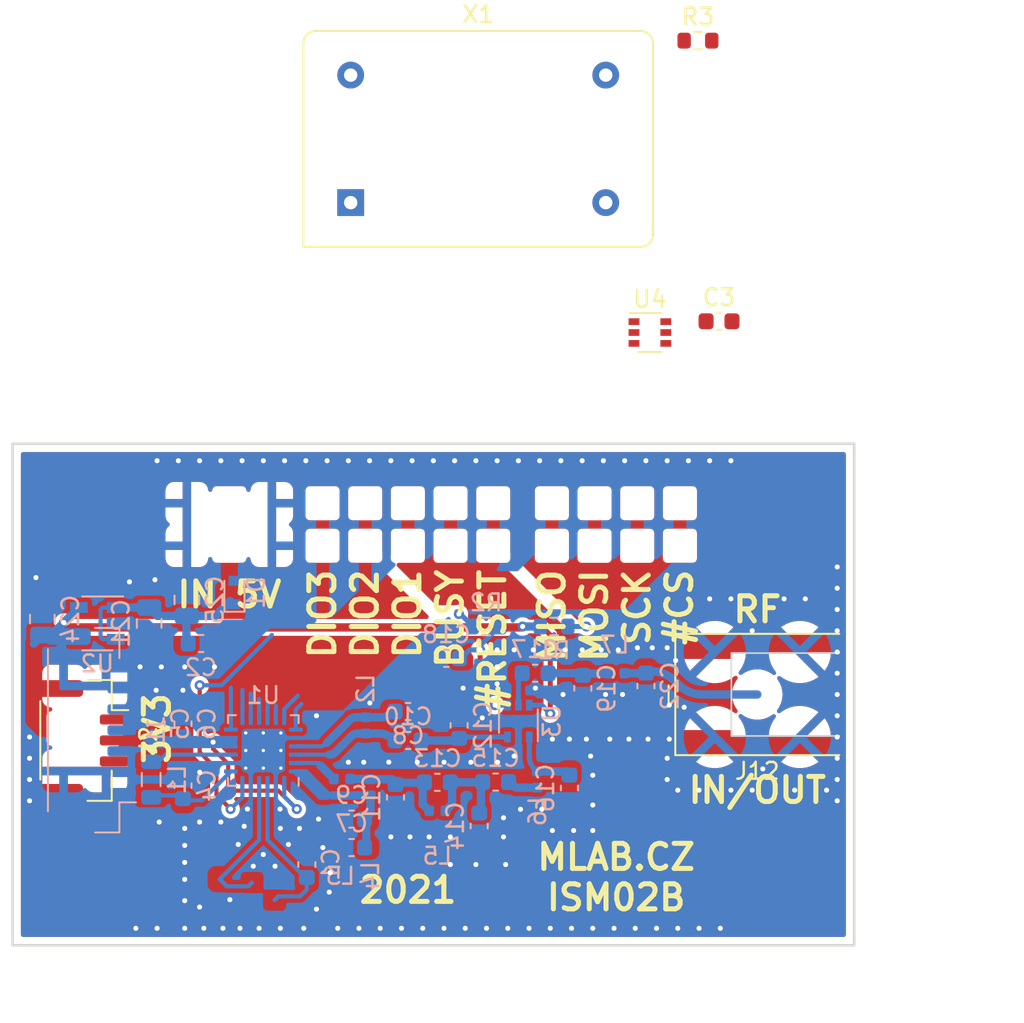
<source format=kicad_pcb>
(kicad_pcb (version 20211014) (generator pcbnew)
  (title_block (title "TFLORA01B") (date "2022-06-02") (company "ThunderFly s.r.o.") (comment 2 "LoRa telemetry  module") (comment 3 "info@thunderfly.cz") (comment 4 "GPL 3.0"))
  (layers (0 "F.Cu" signal) (31 "B.Cu" signal) (34 "B.Paste" user) (35 "F.Paste" user) (36 "B.SilkS" user "B.Silkscreen") (37 "F.SilkS" user "F.Silkscreen") (38 "B.Mask" user) (39 "F.Mask" user) (44 "Edge.Cuts" user))
  (net 0 "")
  (net 1 "Net-(C1-Pad1)")
  (net 2 "GND")
  (net 3 "+5V")
  (net 4 "Net-(U1-XTA)")
  (net 5 "Net-(U1-VREG)")
  (net 6 "+3V3")
  (net 7 "Net-(U1-VR_PA)")
  (net 8 "Net-(U1-RFI_P)")
  (net 9 "Net-(U3-RF2)")
  (net 10 "Net-(U1-RFI_N)")
  (net 11 "Net-(C11-Pad1)")
  (net 12 "Net-(C13-Pad1)")
  (net 13 "Net-(C15-Pad1)")
  (net 14 "Net-(U3-RF1)")
  (net 15 "Net-(C17-Pad1)")
  (net 16 "Net-(U3-RFC)")
  (net 17 "Net-(C22-Pad2)")
  (net 18 "Net-(U3-CTRL)")
  (net 19 "/SCK")
  (net 20 "/MISO")
  (net 21 "/MOSI")
  (net 22 "/#CS")
  (net 23 "/#RESET")
  (net 24 "/DIO1")
  (net 25 "/DIO2")
  (net 26 "/DIO3")
  (net 27 "/BUSY")
  (net 28 "Net-(U4-Y)")
  (net 29 "Net-(U1-DCC_SW)")
  (net 30 "Net-(U1-RFO)")
  (net 31 "Net-(X1-OUT)")
  (net 32 "unconnected-(U1-XTB)")
  (footprint "Mlab_CON:MCX_Molex_73415-1061" (layer "F.Cu") (at 179.3748 114.3 180)
    (fp_text reference "J12")
    (fp_text value "MCX" hide)
    (fp_line (start 1.55 -2.475) (end -4.9 -2.475) (layer "Edge.Cuts") (width 0.1))
    (fp_line (start 1.55 2.475) (end 1.55 -2.475) (layer "Edge.Cuts") (width 0.1))
    (fp_line (start -4.9 2.475) (end 1.55 2.475) (layer "Edge.Cuts") (width 0.1))
  )
  (footprint "Oscillator:Oscillator_DIP-14" (layer "F.Cu") (at 155.0792 84.908)
    (fp_text reference "X1")
    (fp_text value "IT3205CE 32MHz")
  )
  (footprint "Resistor_SMD:R_0603_1608Metric" (layer "F.Cu") (at 175.8292 75.228)
    (fp_text reference "R3")
    (fp_text value "10k")
  )
  (footprint "Package_TO_SOT_SMD:SOT-363_SC-70-6" (layer "F.Cu") (at 172.9588 92.6688)
    (fp_text reference "U4")
    (fp_text value "74LVC1G157")
  )
  (footprint "Connector_JST:JST_GH_SM03B-GHS-TB_1x03-1MP_P1.25mm_Horizontal" (layer "F.Cu") (at 139.0904 117.0432 -90)
    (fp_text reference "J2")
    (fp_text value "SM03B-GHS-TB")
  )
  (footprint "Capacitor_SMD:C_0603_1608Metric" (layer "F.Cu") (at 177.0888 91.9988)
    (fp_text reference "C3")
    (fp_text value "100nF")
  )
  (footprint "Capacitor_SMD:C_0603_1608Metric" (layer "B.Cu") (at 168.9496 113.93 90)
    (fp_text reference "C19")
    (fp_text value "3p3")
  )
  (footprint "Capacitor_SMD:C_0603_1608Metric" (layer "B.Cu") (at 160.796 112.141 180)
    (fp_text reference "C18")
    (fp_text value "1nF")
  )
  (footprint "Capacitor_SMD:C_0603_1608Metric" (layer "B.Cu") (at 161.558 116.146 90)
    (fp_text reference "C12")
    (fp_text value "-")
  )
  (footprint "Capacitor_SMD:C_0603_1608Metric" (layer "B.Cu") (at 172.72 113.792 90)
    (fp_text reference "C22")
    (fp_text value "3p3")
  )
  (footprint "Capacitor_SMD:C_0603_1608Metric" (layer "B.Cu") (at 145.058 119.746 90)
    (fp_text reference "C4")
    (fp_text value "470nF")
  )
  (footprint "Capacitor_SMD:C_0603_1608Metric" (layer "B.Cu") (at 143.458 116.046 90)
    (fp_text reference "C5")
    (fp_text value "1uF")
  )
  (footprint "Capacitor_SMD:C_0603_1608Metric" (layer "B.Cu") (at 152.458 124.46 90)
    (fp_text reference "C1")
    (fp_text value "10pF")
  )
  (footprint "Capacitor_SMD:C_0603_1608Metric" (layer "B.Cu") (at 158.51 117.046 180)
    (fp_text reference "C10")
    (fp_text value "2p4")
  )
  (footprint "Capacitor_SMD:C_0603_1608Metric" (layer "B.Cu") (at 145.058 116.046 90)
    (fp_text reference "C6")
    (fp_text value "100nF")
  )
  (footprint "Capacitor_SMD:C_0603_1608Metric" (layer "B.Cu") (at 158.51 115.316)
    (fp_text reference "C8")
    (fp_text value "1p8")
  )
  (footprint "Package_DFN_QFN:QFN-24-1EP_4x4mm_P0.5mm_EP2.6x2.6mm_ThermalVias" (layer "B.Cu") (at 149.858 117.646 90)
    (fp_text reference "U1")
    (fp_text value "SX1262" hide)
  )
  (footprint "Resistor_SMD:R_0603_1608Metric" (layer "B.Cu") (at 167.2335 110.236)
    (fp_text reference "R1")
    (fp_text value "10k")
  )
  (footprint "Inductor_SMD:L_0402_1005Metric" (layer "B.Cu") (at 155.97 116.146 -90)
    (fp_text reference "L2")
    (fp_text value "15nH" hide)
  )
  (footprint "Inductor_SMD:L_0402_1005Metric" (layer "B.Cu") (at 170.9496 113.03)
    (fp_text reference "L7")
    (fp_text value "9n1" hide)
  )
  (footprint "Inductor_SMD:L_0805_2012Metric" (layer "B.Cu") (at 143.158 119.38 90)
    (fp_text reference "L1")
    (fp_text value "15uH")
  )
  (footprint "Inductor_SMD:L_0402_1005Metric" (layer "B.Cu") (at 156.258 119.846 90)
    (fp_text reference "L4")
    (fp_text value "47nH" hide)
  )
  (footprint "Inductor_SMD:L_0402_1005Metric" (layer "B.Cu") (at 166.2176 119.38 90)
    (fp_text reference "L6")
    (fp_text value "4n7" hide)
  )
  (footprint "Inductor_SMD:L_0402_1005Metric" (layer "B.Cu") (at 160.258 121.246)
    (fp_text reference "L5")
    (fp_text value "2n5" hide)
  )
  (footprint "Capacitor_SMD:C_0603_1608Metric" (layer "B.Cu") (at 160.258 119.546 180)
    (fp_text reference "C13")
    (fp_text value "3p3")
  )
  (footprint "Capacitor_SMD:C_0603_1608Metric" (layer "B.Cu") (at 168.148 119.888 -90)
    (fp_text reference "C16")
    (fp_text value "2p2")
  )
  (footprint "Capacitor_SMD:C_0603_1608Metric" (layer "B.Cu") (at 166.1046 113.03 180)
    (fp_text reference "C17")
    (fp_text value "39pF")
  )
  (footprint "Capacitor_SMD:C_0603_1608Metric" (layer "B.Cu") (at 162.758 122.16 -90)
    (fp_text reference "C14")
    (fp_text value "5p6")
  )
  (footprint "Capacitor_SMD:C_0603_1608Metric" (layer "B.Cu") (at 157.758 120.446 -90)
    (fp_text reference "C11")
    (fp_text value "-")
  )
  (footprint "Capacitor_SMD:C_0603_1608Metric" (layer "B.Cu") (at 163.7398 119.5324 180)
    (fp_text reference "C15")
    (fp_text value "39pF")
  )
  (footprint "Capacitor_SMD:C_0603_1608Metric" (layer "B.Cu") (at 155.133 121.746 180)
    (fp_text reference "C9")
    (fp_text value "47pF")
  )
  (footprint "Capacitor_SMD:C_0603_1608Metric" (layer "B.Cu") (at 155.133 123.446 180)
    (fp_text reference "C7")
    (fp_text value "47nF")
  )
  (footprint "Inductor_SMD:L_0402_1005Metric" (layer "B.Cu") (at 154.558 119.346)
    (fp_text reference "L3")
    (fp_text value "0R" hide)
  )
  (footprint "Capacitor_SMD:C_0603_1608Metric" (layer "B.Cu") (at 146.138 111.252)
    (fp_text reference "C2")
    (fp_text value "100nF")
  )
  (footprint "Package_TO_SOT_SMD:SOT-23-5" (layer "B.Cu") (at 139.938 110.052 180)
    (fp_text reference "U2")
    (fp_text value "MIC5504-3.3YM5" hide)
  )
  (footprint "Capacitor_SMD:C_0805_2012Metric" (layer "B.Cu") (at 136.652 109.7915 90)
    (fp_text reference "C24")
    (fp_text value "10uF")
  )
  (footprint "Capacitor_SMD:C_0805_2012Metric" (layer "B.Cu") (at 143.038 110.052 -90)
    (fp_text reference "C21")
    (fp_text value "10uF")
  )
  (footprint "Capacitor_SMD:C_0805_2012Metric" (layer "B.Cu") (at 145.288 108.6485 90)
    (fp_text reference "C25")
    (fp_text value "10uF")
  )
  (footprint "Package_TO_SOT_SMD:SOT-363_SC-70-6" (layer "B.Cu") (at 165.1 115.886 90)
    (fp_text reference "U3")
    (fp_text value "PE4259" hide)
  )
  (footprint "Diode_SMD:D_SOD-523" (layer "B.Cu") (at 148.1328 108.204 90)
    (fp_text reference "D1")
    (fp_text value "BZX585-B5V6.115")
  )
  (footprint "Resistor_SMD:R_0603_1608Metric" (layer "B.Cu") (at 163.1695 110.236 180)
    (fp_text reference "R2")
    (fp_text value "100R")
  )
  (footprint "Connector_JST:JST_GH_SM07B-GHS-TB_1x07-1MP_P1.25mm_Horizontal" (layer "B.Cu") (at 139.5476 116.4336 90)
    (fp_text reference "J1")
    (fp_text value "SM07B-GHS-TB")
  )
  (gr_line (start 134.874 99.314) (end 134.874 129.286) (layer "Edge.Cuts") (width 0.15))
  (gr_line (start 134.874 99.314) (end 185.166 99.314) (layer "Edge.Cuts") (width 0.15))
  (gr_line (start 185.166 129.286) (end 134.874 129.286) (layer "Edge.Cuts") (width 0.15))
  (gr_line (start 185.166 129.286) (end 185.166 99.314) (layer "Edge.Cuts") (width 0.15))
  (gr_text "IN 5V" (at 147.828 108.331) (layer "F.SilkS") (effects (font (size 1.5 1.5) (thickness 0.3))))
  (gr_text "MLAB.CZ\nISM02B\n" (at 170.942 125.222) (layer "F.SilkS") (effects (font (size 1.5 1.5) (thickness 0.3))))
  (gr_text "IN/OUT" (at 179.3748 120.015) (layer "F.SilkS") (effects (font (size 1.5 1.5) (thickness 0.3))))
  (gr_text "2021" (at 155.448 125.984) (layer "F.SilkS") (effects (font (size 1.5 1.5) (thickness 0.3)) (justify left)))
  (gr_text "DIO2" (at 155.936 106.68 90) (layer "F.SilkS") (effects (font (size 1.5 1.5) (thickness 0.3)) (justify right)))
  (gr_text "BUSY" (at 161.016 106.68 90) (layer "F.SilkS") (effects (font (size 1.5 1.5) (thickness 0.3)) (justify right)))
  (gr_text "MISO" (at 167.102 106.68 90) (layer "F.SilkS") (effects (font (size 1.5 1.5) (thickness 0.3)) (justify right)))
  (gr_text "DIO3" (at 153.396 106.68 90) (layer "F.SilkS") (effects (font (size 1.5 1.5) (thickness 0.3)) (justify right)))
  (gr_text "3V3" (at 143.51 116.332 90) (layer "F.SilkS") (effects (font (size 1.5 1.5) (thickness 0.3))))
  (gr_text "DIO1" (at 158.476 106.68 90) (layer "F.SilkS") (effects (font (size 1.5 1.5) (thickness 0.3)) (justify right)))
  (gr_text "#RESET" (at 163.556 106.68 90) (layer "F.SilkS") (effects (font (size 1.5 1.5) (thickness 0.3)) (justify right)))
  (gr_text "RF" (at 179.3748 109.22) (layer "F.SilkS") (effects (font (size 1.5 1.5) (thickness 0.3))))
  (gr_text "MOSI" (at 169.642 106.68 90) (layer "F.SilkS") (effects (font (size 1.5 1.5) (thickness 0.3)) (justify right)))
  (gr_text "#CS" (at 174.722 106.68 90) (layer "F.SilkS") (effects (font (size 1.5 1.5) (thickness 0.3)) (justify right)))
  (gr_text "SCK" (at 172.182 106.68 90) (layer "F.SilkS") (effects (font (size 1.5 1.5) (thickness 0.3)) (justify right)))
  (segment (start 152.458 125.335) (end 152.458 125.96) (width 0.25) (layer "B.Cu") (net 1))
  (segment (start 152.058 126.36) (end 150.758 126.36) (width 0.25) (layer "B.Cu") (net 1))
  (segment (start 150.758 126.36) (end 150.533 126.585) (width 0.25) (layer "B.Cu") (net 1))
  (segment (start 152.458 125.96) (end 152.058 126.36) (width 0.25) (layer "B.Cu") (net 1))
  (segment (start 150.108 122.985) (end 152.458 125.335) (width 0.25) (layer "B.Cu") (net 1))
  (segment (start 150.108 122.985) (end 150.108 119.5835) (width 0.25) (layer "B.Cu") (net 1))
  (segment (start 148.358 122.533) (end 148.717 122.174) (width 0.25) (layer "F.Cu") (net 2))
  (segment (start 143.383 107.442) (end 141.986 107.442) (width 0.25) (layer "F.Cu") (net 2))
  (segment (start 167.767 116.586) (end 167.767 114.681) (width 0.25) (layer "F.Cu") (net 2))
  (segment (start 149.606 128.27) (end 150.876 128.27) (width 0.25) (layer "F.Cu") (net 2))
  (segment (start 150.858 121.146) (end 150.858 122.283) (width 0.25) (layer "F.Cu") (net 2))
  (segment (start 152.273 128.27) (end 152.273 127.889) (width 0.25) (layer "F.Cu") (net 2))
  (segment (start 155.862183 118.341817) (end 155.858 118.346) (width 0.5) (layer "F.Cu") (net 2))
  (segment (start 168.148 116.967) (end 167.767 116.586) (width 0.25) (layer "F.Cu") (net 2))
  (segment (start 149.258 124.46) (end 149.858 123.86) (width 0.5) (layer "F.Cu") (net 2))
  (segment (start 162.258 118.346) (end 163.858046 118.346) (width 0.5) (layer "F.Cu") (net 2))
  (segment (start 167.767 114.681) (end 167.767 114.3) (width 0.25) (layer "F.Cu") (net 2))
  (segment (start 149.258 124.56) (end 149.258 124.46) (width 0.5) (layer "F.Cu") (net 2))
  (segment (start 159.058 118.346) (end 160.658 118.346) (width 0.5) (layer "F.Cu") (net 2))
  (segment (start 157.35666 118.341817) (end 155.862183 118.341817) (width 0.5) (layer "F.Cu") (net 2))
  (segment (start 152.273 127.889) (end 153.035 127.127) (width 0.25) (layer "F.Cu") (net 2))
  (segment (start 150.858 122.283) (end 150.876 122.301) (width 0.25) (layer "F.Cu") (net 2))
  (segment (start 148.358 123.26) (end 148.358 122.533) (width 0.25) (layer "F.Cu") (net 2))
  (segment (start 141.986 107.442) (end 141.859 107.569) (width 0.25) (layer "F.Cu") (net 2))
  (via (at 145.058 114.046) (size 0.6) (drill 0.3) (layers "F.Cu" "B.Cu") (net 2))
  (via (at 143.458 114.046) (size 0.6) (drill 0.3) (layers "F.Cu" "B.Cu") (net 2))
  (via (at 148.358 123.26) (size 0.6) (drill 0.3) (layers "F.Cu" "B.Cu") (net 2))
  (via (at 150.558 124.56) (size 0.6) (drill 0.3) (layers "F.Cu" "B.Cu") (net 2))
  (via (at 163.83 113.665) (size 0.6) (drill 0.3) (layers "F.Cu" "B.Cu") (net 2))
  (via (at 184.15 119.38) (size 0.6) (drill 0.3) (layers "F.Cu" "B.Cu") (net 2))
  (via (at 148.463 128.27) (size 0.6) (drill 0.3) (layers "F.Cu" "B.Cu") (net 2))
  (via (at 163.83 100.33) (size 0.6) (drill 0.3) (layers "F.Cu" "B.Cu") (net 2))
  (via (at 161.798 113.919) (size 0.6) (drill 0.3) (layers "F.Cu" "B.Cu") (net 2))
  (via (at 171.069 111.633) (size 0.6) (drill 0.3) (layers "F.Cu" "B.Cu") (net 2))
  (via (at 184.15 118.11) (size 0.6) (drill 0.3) (layers "F.Cu" "B.Cu") (net 2))
  (via (at 157.35666 118.341817) (size 0.6) (drill 0.3) (layers "F.Cu" "B.Cu") (net 2))
  (via (at 184.15 114.3) (size 0.6) (drill 0.3) (layers "F.Cu" "B.Cu") (net 2))
  (via (at 145.161 122.301) (size 0.6) (drill 0.3) (layers "F.Cu" "B.Cu") (net 2))
  (via (at 168.91 111.633) (size 0.6) (drill 0.3) (layers "F.Cu" "B.Cu") (net 2))
  (via (at 142.24 128.27) (size 0.6) (drill 0.3) (layers "F.Cu" "B.Cu") (net 2))
  (via (at 184.15 110.49) (size 0.6) (drill 0.3) (layers "F.Cu" "B.Cu") (net 2))
  (via (at 167.894 111.633) (size 0.6) (drill 0.3) (layers "F.Cu" "B.Cu") (net 2))
  (via (at 143.383 107.442) (size 0.6) (drill 0.3) (layers "F.Cu" "B.Cu") (net 2))
  (via (at 145.161 123.317) (size 0.6) (drill 0.3) (layers "F.Cu" "B.Cu") (net 2))
  (via (at 153.858 124.946) (size 0.6) (drill 0.3) (layers "F.Cu" "B.Cu") (net 2))
  (via (at 146.304 128.27) (size 0.6) (drill 0.3) (layers "F.Cu" "B.Cu") (net 2))
  (via (at 168.402 122.428) (size 0.6) (drill 0.3) (layers "F.Cu" "B.Cu") (net 2))
  (via (at 143.764 112.649) (size 0.6) (drill 0.3) (layers "F.Cu" "B.Cu") (net 2))
  (via (at 153.67 100.33) (size 0.6) (drill 0.3) (layers "F.Cu" "B.Cu") (net 2))
  (via (at 169.164 116.967) (size 0.6) (drill 0.3) (layers "F.Cu" "B.Cu") (net 2))
  (via (at 177.8 108.585) (size 0.6) (drill 0.3) (layers "F.Cu" "B.Cu") (net 2))
  (via (at 170.053 111.633) (size 0.6) (drill 0.3) (layers "F.Cu" "B.Cu") (net 2))
  (via (at 172.085 128.27) (size 0.6) (drill 0.3) (layers "F.Cu" "B.Cu") (net 2))
  (via (at 164.211 121.666) (size 0.6) (drill 0.3) (layers "F.Cu" "B.Cu") (net 2))
  (via (at 161.29 100.33) (size 0.6) (drill 0.3) (layers "F.Cu" "B.Cu") (net 2))
  (via (at 172.212 111.506) (size 0.6) (drill 0.3) (layers "F.Cu" "B.Cu") (net 2))
  (via (at 163.195 128.27) (size 0.6) (drill 0.3) (layers "F.Cu" "B.Cu") (net 2))
  (via (at 160.655 128.27) (size 0.6) (drill 0.3) (layers "F.Cu" "B.Cu") (net 2))
  (via (at 167.767 114.3) (size 0.6) (drill 0.3) (layers "F.Cu" "B.Cu") (net 2))
  (via (at 154.94 100.33) (size 0.6) (drill 0.3) (layers "F.Cu" "B.Cu") (net 2))
  (via (at 153.416 123.446) (size 0.6) (drill 0.3) (layers "F.Cu" "B.Cu") (net 2))
  (via (at 172.72 100.33) (size 0.6) (drill 0.3) (layers "F.Cu" "B.Cu") (net 2))
  (via (at 157.48 100.33) (size 0.6) (drill 0.3) (layers "F.Cu" "B.Cu") (net 2))
  (via (at 162.56 124.46) (size 0.6) (drill 0.3) (layers "F.Cu" "B.Cu") (net 2))
  (via (at 155.858 118.346) (size 0.6) (drill 0.3) (layers "F.Cu" "B.Cu") (net 2))
  (via (at 152.273 128.27) (size 0.6) (drill 0.3) (layers "F.Cu" "B.Cu") (net 2))
  (via (at 174.117 114.935) (size 0.6) (drill 0.3) (layers "F.Cu" "B.Cu") (net 2))
  (via (at 166.37 100.33) (size 0.6) (drill 0.3) (layers "F.Cu" "B.Cu") (net 2))
  (via (at 150.876 122.301) (size 0.6) (drill 0.3) (layers "F.Cu" "B.Cu") (net 2))
  (via (at 181.61 120.015) (size 0.6) (drill 0.3) (layers "F.Cu" "B.Cu") (net 2))
  (via (at 159.766 122.809) (size 0.6) (drill 0.3) (layers "F.Cu" "B.Cu") (net 2))
  (via (at 149.858 123.86) (size 0.6) (drill 0.3) (layers "F.Cu" "B.Cu") (net 2))
  (via (at 153.797 126.111) (size 0.6) (drill 0.3) (layers "F.Cu" "B.Cu") (net 2))
  (via (at 150.858 121.146) (size 0.6) (drill 0.3) (layers "F.Cu" "B.Cu") (net 2))
  (via (at 155.575 128.27) (size 0.6) (drill 0.3) (layers "F.Cu" "B.Cu") (net 2))
  (via (at 145.161 128.27) (size 0.6) (drill 0.3) (layers "F.Cu" "B.Cu") (net 2))
  (via (at 170.815 128.27) (size 0.6) (drill 0.3) (layers "F.Cu" "B.Cu") (net 2))
  (via (at 143.51 100.33) (size 0.6) (drill 0.3) (layers "F.Cu" "B.Cu") (net 2))
  (via (at 144.78 100.33) (size 0.6) (drill 0.3) (layers "F.Cu" "B.Cu") (net 2))
  (via (at 135.89 120.65) (size 0.6) (drill 0.3) (layers "F.Cu" "B.Cu") (net 2))
  (via (at 168.275 128.27) (size 0.6) (drill 0.3) (layers "F.Cu" "B.Cu") (net 2))
  (via (at 158.75 100.33) (size 0.6) (drill 0.3) (layers "F.Cu" "B.Cu") (net 2))
  (via (at 172.847 116.967) (size 0.6) (drill 0.3) (layers "F.Cu" "B.Cu") (net 2))
  (via (at 146.05 100.33) (size 0.6) (drill 0.3) (layers "F.Cu" "B.Cu") (net 2))
  (via (at 173.101 111.506) (size 0.6) (drill 0.3) (layers "F.Cu" "B.Cu") (net 2))
  (via (at 169.545 120.904) (size 0.6) (drill 0.3) (layers "F.Cu" "B.Cu") (net 2))
  (via (at 177.8 100.33) (size 0.6) (drill 0.3) (layers "F.Cu" "B.Cu") (net 2))
  (via (at 175.26 100.33) (size 0.6) (drill 0.3) (layers "F.Cu" "B.Cu") (net 2))
  (via (at 176.53 108.585) (size 0.6) (drill 0.3) (layers "F.Cu" "B.Cu") (net 2))
  (via (at 146.939 112.649) (size 0.6) (drill 0.3) (layers "F.Cu" "B.Cu") (net 2))
  (via (at 158.115 128.27) (size 0.6) (drill 0.3) (layers "F.Cu" "B.Cu") (net 2))
  (via (at 168.148 116.967) (size 0.6) (drill 0.3) (layers "F.Cu" "B.Cu") (net 2))
  (via (at 156.21 100.33) (size 0.6) (drill 0.3) (layers "F.Cu" "B.Cu") (net 2))
  (via (at 182.245 108.585) (size 0.6) (drill 0.3) (layers "F.Cu" "B.Cu") (net 2))
  (via (at 149.86 100.33) (size 0.6) (drill 0.3) (layers "F.Cu" "B.Cu") (net 2))
  (via (at 162.941 115.697) (size 0.6) (drill 0.3) (layers "F.Cu" "B.Cu") (net 2))
  (via (at 167.64 100.33) (size 0.6) (drill 0.3) (layers "F.Cu" "B.Cu") (net 2))
  (via (at 173.99 100.33) (size 0.6) (drill 0.3) (layers "F.Cu" "B.Cu") (net 2))
  (via (at 183.515 120.015) (size 0.6) (drill 0.3) (layers "F.Cu" "B.Cu") (net 2))
  (via (at 148.908011 121.145981) (size 0.6) (drill 0.3) (layers "F.Cu" "B.Cu") (net 2))
  (via (at 148.59 100.33) (size 0.6) (drill 0.3) (layers "F.Cu" "B.Cu") (net 2))
  (via (at 170.18 100.33) (size 0.6) (drill 0.3) (layers "F.Cu" "B.Cu") (net 2))
  (via (at 164.846 111.633) (size 0.6) (drill 0.3) (layers "F.Cu" "B.Cu") (net 2))
  (via (at 135.89 119.38) (size 0.6) (drill 0.3) (layers "F.Cu" "B.Cu") (net 2))
  (via (at 162.258 118.346) (size 0.6) (drill 0.3) (layers "F.Cu" "B.Cu") (net 2))
  (via (at 164.465 128.27) (size 0.6) (drill 0.3) (layers "F.Cu" "B.Cu") (net 2))
  (via (at 146.05 127) (size 0.6) (drill 0.3) (layers "F.Cu" "B.Cu") (net 2))
  (via (at 135.89 116.84) (size 0.6) (drill 0.3) (layers "F.Cu" "B.Cu") (net 2))
  (via (at 184.15 116.84) (size 0.6) (drill 0.3) (layers "F.Cu" "B.Cu") (net 2))
  (via (at 154.94 118.346) (size 0.6) (drill 0.3) (layers "F.Cu" "B.Cu") (net 2))
  (via (at 173.99 111.506) (size 0.6) (drill 0.3) (layers "F.Cu" "B.Cu") (net 2))
  (via (at 174.498 112.268) (size 0.6) (drill 0.3) (layers "F.Cu" "B.Cu") (net 2))
  (via (at 165.735 128.27) (size 0.6) (drill 0.3) (layers "F.Cu" "B.Cu") (net 2))
  (via (at 171.45 100.33) (size 0.6) (drill 0.3) (layers "F.Cu" "B.Cu") (net 2))
  (via (at 164.846 117.983) (size 0.6) (drill 0.3) (layers "F.Cu" "B.Cu") (net 2))
  (via (at 170.561 116.967) (size 0.6) (drill 0.3) (layers "F.Cu" "B.Cu") (net 2))
  (via (at 154.305 128.27) (size 0.6) (drill 0.3) (layers "F.Cu" "B.Cu") (net 2))
  (via (at 152.019 122.301) (size 0.6) (drill 0.3) (layers "F.Cu" "B.Cu") (net 2))
  (via (at 153.035 115.57) (size 0.6) (drill 0.3) (layers "F.Cu" "B.Cu") (net 2))
  (via (at 163.858046 118.346) (size 0.6) (drill 0.3) (layers "F.Cu" "B.Cu") (net 2))
  (via (at 173.99 118.11) (size 0.6) (drill 0.3) (layers "F.Cu" "B.Cu") (net 2))
  (via (at 161.925 128.27) (size 0.6) (drill 0.3) (layers "F.Cu" "B.Cu") (net 2))
  (via (at 145.161 125.349) (size 0.6) (drill 0.3) (layers "F.Cu" "B.Cu") (net 2))
  (via (at 153.158 121.746) (size 0.6) (drill 0.3) (layers "F.Cu" "B.Cu") (net 2))
  (via (at 168.91 100.33) (size 0.6) (drill 0.3) (layers "F.Cu" "B.Cu") (net 2))
  (via (at 177.165 128.27) (size 0.6) (drill 0.3) (layers "F.Cu" "B.Cu") (net 2))
  (via (at 173.355 128.27) (size 0.6) (drill 0.3) (layers "F.Cu" "B.Cu") (net 2))
  (via (at 148.717 122.174) (size 0.6) (drill 0.3) (layers "F.Cu" "B.Cu") (net 2))
  (via (at 160.658 118.346) (size 0.6) (drill 0.3) (layers "F.Cu" "B.Cu") (net 2))
  (via (at 145.161 126.619) (size 0.6) (drill 0.3) (layers "F.Cu" "B.Cu") (net 2))
  (via (at 165.1 100.33) (size 0.6) (drill 0.3) (layers "F.Cu" "B.Cu") (net 2))
  (via (at 147.32 121.92) (size 0.6) (drill 0.3) (layers "F.Cu" "B.Cu") (net 2))
  (via (at 146.058 118.946) (size 0.6) (drill 0.3) (layers "F.Cu" "B.Cu") (net 2))
  (via (at 175.895 120.015) (size 0.6) (drill 0.3) (layers "F.Cu" "B.Cu") (net 2))
  (via (at 162.56 100.33) (size 0.6) (drill 0.3) (layers "F.Cu" "B.Cu") (net 2))
  (via (at 184.15 113.03) (size 0.6) (drill 0.3) (layers "F.Cu" "B.Cu") (net 2))
  (via (at 161.036 122.809) (size 0.6) (drill 0.3) (layers "F.Cu" "B.Cu") (net 2))
  (via (at 184.15 107.95) (size 0.6) (drill 0.3) (layers "F.Cu" "B.Cu") (net 2))
  (via (at 171.704 116.967) (size 0.6) (drill 0.3) (layers "F.Cu" "B.Cu") (net 2))
  (via (at 179.705 118.745) (size 0.6) (drill 0.3) (layers "F.Cu" "B.Cu") (net 2))
  (via (at 179.07 120.015) (size 0.6) (drill 0.3) (layers "F.Cu" "B.Cu") (net 2))
  (via (at 166.497 121.158) (size 0.6) (drill 0.3) (layers "F.Cu" "B.Cu") (net 2))
  (via (at 160.02 100.33) (size 0.6) (drill 0.3) (layers "F.Cu" "B.Cu") (net 2))
  (via (at 157.48 122.809) (size 0.6) (drill 0.3) (layers "F.Cu" "B.Cu") (net 2))
  (via (at 151.13 100.33) (size 0.6) (drill 0.3) (layers "F.Cu" "B.Cu") (net 2))
  (via (at 164.211 122.809) (size 0.6) (drill 0.3) (layers "F.Cu" "B.Cu") (net 2))
  (via (at 169.545 122.428) (size 0.6) (drill 0.3) (layers "F.Cu" "B.Cu") (net 2))
  (via (at 167.132 116.967) (size 0.6) (drill 0.3) (layers "F.Cu" "B.Cu") (net 2))
  (via (at 184.15 115.57) (size 0.6) (drill 0.3) (layers "F.Cu" "B.Cu") (net 2))
  (via (at 171.323 114.3) (size 0.6) (drill 0.3) (layers "F.Cu" "B.Cu") (net 2))
  (via (at 149.258 124.56) (size 0.6) (drill 0.3) (layers "F.Cu" "B.Cu") (net 2))
  (via (at 161.036 124.46) (size 0.6) (drill 0.3) (layers "F.Cu" "B.Cu") (net 2))
  (via (at 169.418 117.983) (size 0.6) (drill 0.3) (layers "F.Cu" "B.Cu") (net 2))
  (via (at 147.447 128.27) (size 0.6) (drill 0.3) (layers "F.Cu" "B.Cu") (net 2))
  (via (at 156.224 114.808) (size 0.6) (drill 0.3) (layers "F.Cu" "B.Cu") (net 2))
  (via (at 170.307 114.3) (size 0.6) (drill 0.3) (layers "F.Cu" "B.Cu") (net 2))
  (via (at 184.15 120.65) (size 0.6) (drill 0.3) (layers "F.Cu" "B.Cu") (net 2))
  (via (at 175.895 128.27) (size 0.6) (drill 0.3) (layers "F.Cu" "B.Cu") (net 2))
  (via (at 169.545 128.27) (size 0.6) (drill 0.3) (layers "F.Cu" "B.Cu") (net 2))
  (via (at 165.227 121.158) (size 0.6) (drill 0.3) (layers "F.Cu" "B.Cu") (net 2))
  (via (at 174.625 120.015) (size 0.6) (drill 0.3) (layers "F.Cu" "B.Cu") (net 2))
  (via (at 147.858 126.56) (size 0.6) (drill 0.3) (layers "F.Cu" "B.Cu") (net 2))
  (via (at 153.035 127.127) (size 0.6) (drill 0.3) (layers "F.Cu" "B.Cu") (net 2))
  (via (at 136.271 107.315) (size 0.6) (drill 0.3) (layers "F.Cu" "B.Cu") (net 2))
  (via (at 184.15 109.22) (size 0.6) (drill 0.3) (layers "F.Cu" "B.Cu") (net 2))
  (via (at 152.4 100.33) (size 0.6) (drill 0.3) (layers "F.Cu" "B.Cu") (net 2))
  (via (at 145.161 112.649) (size 0.6) (drill 0.3) (layers "F.Cu" "B.Cu") (net 2))
  (via (at 167.005 128.27) (size 0.6) (drill 0.3) (layers "F.Cu" "B.Cu") (net 2))
  (via (at 159.058 118.346) (size 0.6) (drill 0.3) (layers "F.Cu" "B.Cu") (net 2))
  (via (at 174.117 116.967) (size 0.6) (drill 0.3) (layers "F.Cu" "B.Cu") (net 2))
  (via (at 176.53 100.33) (size 0.6) (drill 0.3) (layers "F.Cu" "B.Cu") (net 2))
  (via (at 159.385 128.27) (size 0.6) (drill 0.3) (layers "F.Cu" "B.Cu") (net 2))
  (via (at 149.606 128.27) (size 0.6) (drill 0.3) (layers "F.Cu" "B.Cu") (net 2))
  (via (at 180.975 108.585) (size 0.6) (drill 0.3) (layers "F.Cu" "B.Cu") (net 2))
  (via (at 164.338 124.46) (size 0.6) (drill 0.3) (layers "F.Cu" "B.Cu") (net 2))
  (via (at 143.51 128.27) (size 0.6) (drill 0.3) (layers "F.Cu" "B.Cu") (net 2))
  (via (at 147.32 100.33) (size 0.6) (drill 0.3) (layers "F.Cu" "B.Cu") (net 2))
  (via (at 165.989 111.633) (size 0.6) (drill 0.3) (layers "F.Cu" "B.Cu") (net 2))
  (via (at 175.006 115.062) (size 0.6) (drill 0.3) (layers "F.Cu" "B.Cu") (net 2))
  (via (at 135.89 118.11) (size 0.6) (drill 0.3) (layers "F.Cu" "B.Cu") (net 2))
  (via (at 177.8 120.015) (size 0.6) (drill 0.3) (layers "F.Cu" "B.Cu") (net 2))
  (via (at 141.859 107.569) (size 0.6) (drill 0.3) (layers "F.Cu" "B.Cu") (net 2))
  (via (at 163.83 111.633) (size 0.6) (drill 0.3) (layers "F.Cu" "B.Cu") (net 2))
  (via (at 143.637 121.92) (size 0.6) (drill 0.3) (layers "F.Cu" "B.Cu") (net 2))
  (via (at 158.623 122.809) (size 0.6) (drill 0.3) (layers "F.Cu" "B.Cu") (net 2))
  (via (at 173.99 119.38) (size 0.6) (drill 0.3) (layers "F.Cu" "B.Cu") (net 2))
  (via (at 166.116 113.919) (size 0.6) (drill 0.3) (layers "F.Cu" "B.Cu") (net 2))
  (via (at 145.161 124.333) (size 0.6) (drill 0.3) (layers "F.Cu" "B.Cu") (net 2))
  (via (at 156.845 128.27) (size 0.6) (drill 0.3) (layers "F.Cu" "B.Cu") (net 2))
  (via (at 167.132 122.428) (size 0.6) (drill 0.3) (layers "F.Cu" "B.Cu") (net 2))
  (via (at 179.07 110.49) (size 0.6) (drill 0.3) (layers "F.Cu" "B.Cu") (net 2))
  (via (at 150.876 128.27) (size 0.6) (drill 0.3) (layers "F.Cu" "B.Cu") (net 2))
  (via (at 146.05 121.92) (size 0.6) (drill 0.3) (layers "F.Cu" "B.Cu") (net 2))
  (via (at 169.545 119.126) (size 0.6) (drill 0.3) (layers "F.Cu" "B.Cu") (net 2))
  (via (at 163.83 112.649) (size 0.6) (drill 0.3) (layers "F.Cu" "B.Cu") (net 2))
  (via (at 184.15 111.76) (size 0.6) (drill 0.3) (layers "F.Cu" "B.Cu") (net 2))
  (via (at 174.625 128.27) (size 0.6) (drill 0.3) (layers "F.Cu" "B.Cu") (net 2))
  (via (at 184.15 106.68) (size 0.6) (drill 0.3) (layers "F.Cu" "B.Cu") (net 2))
  (via (at 142.494 112.649) (size 0.6) (drill 0.3) (layers "F.Cu" "B.Cu") (net 2))
  (segment (start 148.033 123.585) (end 148.358 123.26) (width 0.25) (layer "B.Cu") (net 2))
  (segment (start 150.608 119.5835) (end 150.608 118.996) (width 0.25) (layer "B.Cu") (net 2))
  (segment (start 149.108 118.996) (end 148.808 118.696) (width 0.25) (layer "B.Cu") (net 2))
  (segment (start 147.258 123.585) (end 148.033 123.585) (width 0.25) (layer "B.Cu") (net 2))
  (segment (start 150.533 124.585) (end 150.558 124.56) (width 0.25) (layer "B.Cu") (net 2))
  (segment (start 147.9205 118.396) (end 148.508 118.396) (width 0.25) (layer "B.Cu") (net 2))
  (segment (start 148.508 118.396) (end 148.808 118.696) (width 0.25) (layer "B.Cu") (net 2))
  (segment (start 149.108 119.5835) (end 149.108 118.996) (width 0.25) (layer "B.Cu") (net 2))
  (segment (start 151.208 116.896) (end 150.908 116.596) (width 0.25) (layer "B.Cu") (net 2))
  (segment (start 150.608 118.996) (end 150.908 118.696) (width 0.25) (layer "B.Cu") (net 2))
  (segment (start 150.533 125.535) (end 150.533 124.585) (width 0.25) (layer "B.Cu") (net 2))
  (segment (start 143.458 115.171) (end 143.458 114.046) (width 0.25) (layer "B.Cu") (net 2))
  (segment (start 145.058 115.171) (end 145.058 114.046) (width 0.25) (layer "B.Cu") (net 2))
  (segment (start 151.7955 116.896) (end 151.208 116.896) (width 0.25) (layer "B.Cu") (net 2))
  (segment (start 142.0855 110.052) (end 143.038 111.0045) (width 0.5) (layer "B.Cu") (net 2))
  (segment (start 141.038 110.052) (end 142.0855 110.052) (width 0.5) (layer "B.Cu") (net 2))
  (segment (start 157.379928 118.318541) (end 157.356652 118.341817) (width 0.5) (layer "B.Cu") (net 2))
  (segment (start 166.497 114.3) (end 166.116 113.919) (width 0.25) (layer "B.Cu") (net 2))
  (segment (start 150.876 128.27) (end 152.273 128.27) (width 0.25) (layer "B.Cu") (net 2))
  (segment (start 167.767 114.3) (end 166.497 114.3) (width 0.25) (layer "B.Cu") (net 2))
  (segment (start 157.35666 118.341817) (end 159.053817 118.341817) (width 0.5) (layer "B.Cu") (net 2))
  (segment (start 148.463 128.27) (end 149.606 128.27) (width 0.25) (layer "B.Cu") (net 2))
  (segment (start 153.035 126.873) (end 153.797 126.111) (width 0.25) (layer "B.Cu") (net 2))
  (segment (start 163.858046 118.346) (end 164.483 118.346) (width 0.5) (layer "B.Cu") (net 2))
  (segment (start 154.258 121.746) (end 153.158 121.746) (width 0.25) (layer "B.Cu") (net 2))
  (segment (start 154.157999 124.646001) (end 153.858 124.946) (width 0.25) (layer "B.Cu") (net 2))
  (segment (start 146.357999 118.646001) (end 146.058 118.946) (width 0.25) (layer "B.Cu") (net 2))
  (segment (start 153.035 127.127) (end 153.035 126.873) (width 0.25) (layer "B.Cu") (net 2))
  (segment (start 149.183 126.585) (end 147.883 126.585) (width 0.25) (layer "B.Cu") (net 2))
  (segment (start 145.058 118.871) (end 145.983 118.871) (width 0.25) (layer "B.Cu") (net 2))
  (segment (start 154.395832 115.57) (end 153.035 115.57) (width 0.15) (layer "B.Cu") (net 2))
  (segment (start 157.356652 118.341817) (end 157.35666 118.341817) (width 0.5) (layer "B.Cu") (net 2))
  (segment (start 161.513 115.316) (end 161.558 115.271) (width 0.3) (layer "B.Cu") (net 2))
  (segment (start 144.018 122.301) (end 143.637 121.92) (width 0.25) (layer "B.Cu") (net 2))
  (segment (start 145.161 122.301) (end 144.018 122.301) (width 0.25) (layer "B.Cu") (net 2))
  (segment (start 145.983 118.871) (end 146.058 118.946) (width 0.25) (layer "B.Cu") (net 2))
  (segment (start 149.108 120.945992) (end 148.908011 121.145981) (width 0.25) (layer "B.Cu") (net 2))
  (segment (start 146.608 118.396) (end 146.357999 118.646001) (width 0.25) (layer "B.Cu") (net 2))
  (segment (start 150.876 122.301) (end 152.019 122.301) (width 0.25) (layer "B.Cu") (net 2))
  (segment (start 147.883 126.585) (end 147.858 126.56) (width 0.25) (layer "B.Cu") (net 2))
  (segment (start 150.608 119.5835) (end 150.608 120.896) (width 0.25) (layer "B.Cu") (net 2))
  (segment (start 160.658 118.346) (end 162.258 118.346) (width 0.5) (layer "B.Cu") (net 2))
  (segment (start 149.108 119.5835) (end 149.108 120.945992) (width 0.25) (layer "B.Cu") (net 2))
  (segment (start 147.9205 118.396) (end 146.608 118.396) (width 0.25) (layer "B.Cu") (net 2))
  (segment (start 154.258 123.446) (end 154.258 124.546) (width 0.25) (layer "B.Cu") (net 2))
  (segment (start 150.558 124.56) (end 149.258 124.56) (width 0.5) (layer "B.Cu") (net 2))
  (segment (start 154.258 124.546) (end 154.157999 124.646001) (width 0.25) (layer "B.Cu") (net 2))
  (segment (start 150.608 120.896) (end 150.858 121.146) (width 0.25) (layer "B.Cu") (net 2))
  (segment (start 155.157832 114.808) (end 154.395832 115.57) (width 0.15) (layer "B.Cu") (net 2))
  (segment (start 164.483 118.346) (end 164.846 117.983) (width 0.5) (layer "B.Cu") (net 2))
  (segment (start 159.053817 118.341817) (end 159.058 118.346) (width 0.5) (layer "B.Cu") (net 2))
  (segment (start 140.258 109.102) (end 140.132999 109.227001) (width 0.25) (layer "B.Cu") (net 3))
  (segment (start 143.038 109.0995) (end 143.292 109.0995) (width 0.5) (layer "B.Cu") (net 3))
  (segment (start 143.0355 109.102) (end 143.038 109.0995) (width 0.5) (layer "B.Cu") (net 3))
  (segment (start 140.132999 110.876999) (end 140.258 111.002) (width 0.25) (layer "B.Cu") (net 3))
  (segment (start 141.038 109.102) (end 143.0355 109.102) (width 0.5) (layer "B.Cu") (net 3))
  (segment (start 140.132999 109.227001) (end 140.132999 110.876999) (width 0.25) (layer "B.Cu") (net 3))
  (segment (start 140.258 111.002) (end 141.038 111.002) (width 0.25) (layer "B.Cu") (net 3))
  (segment (start 141.038 109.102) (end 140.258 109.102) (width 0.25) (layer "B.Cu") (net 3))
  (segment (start 143.5395 109.601) (end 143.038 109.0995) (width 0.5) (layer "B.Cu") (net 3))
  (segment (start 145.263 111.252) (end 145.263 109.626) (width 0.5) (layer "B.Cu") (net 3))
  (segment (start 146.995 109.601) (end 147.884 108.712) (width 0.5) (layer "B.Cu") (net 3))
  (segment (start 145.288 109.601) (end 143.5395 109.601) (width 0.5) (layer "B.Cu") (net 3))
  (segment (start 145.288 109.601) (end 146.995 109.601) (width 0.5) (layer "B.Cu") (net 3))
  (segment (start 145.263 109.626) (end 145.288 109.601) (width 0.5) (layer "B.Cu") (net 3))
  (via (at 151.358 123.26) (size 0.6) (drill 0.3) (layers "F.Cu" "B.Cu") (net 4))
  (segment (start 152.458 123.585) (end 151.683 123.585) (width 0.25) (layer "B.Cu") (net 4))
  (segment (start 151.683 123.585) (end 151.358 123.26) (width 0.25) (layer "B.Cu") (net 4))
  (segment (start 145.058 120.621) (end 146.1955 120.621) (width 0.25) (layer "B.Cu") (net 5))
  (segment (start 143.158 120.3325) (end 144.7695 120.3325) (width 0.25) (layer "B.Cu") (net 5))
  (segment (start 146.1955 120.621) (end 147.9205 118.896) (width 0.25) (layer "B.Cu") (net 5))
  (segment (start 144.7695 120.3325) (end 145.058 120.621) (width 0.25) (layer "B.Cu") (net 5))
  (segment (start 151.558001 120.846001) (end 151.858 121.146) (width 0.25) (layer "F.Cu") (net 6))
  (segment (start 167.005 110.744) (end 166.497 110.236) (width 0.3) (layer "F.Cu") (net 6))
  (segment (start 160.600909 110.290091) (end 165.299909 110.290091) (width 0.5) (layer "F.Cu") (net 6))
  (segment (start 146.858 117.146) (end 146.858 117.546) (width 0.25) (layer "F.Cu") (net 6))
  (segment (start 146.858 117.546) (end 147.758 118.446) (width 0.25) (layer "F.Cu") (net 6))
  (segment (start 166.497 110.236) (end 165.354 110.236) (width 0.3) (layer "F.Cu") (net 6))
  (segment (start 147.758 119.646) (end 148.158 120.046) (width 0.25) (layer "F.Cu") (net 6))
  (segment (start 160.600909 110.290091) (end 138.230091 110.290091) (width 0.5) (layer "F.Cu") (net 6))
  (segment (start 165.299909 110.290091) (end 165.354 110.236) (width 0.5) (layer "F.Cu") (net 6))
  (segment (start 150.758 120.046) (end 151.558001 120.846001) (width 0.25) (layer "F.Cu") (net 6))
  (segment (start 138.230091 110.290091) (end 137.94 110) (width 0.5) (layer "F.Cu") (net 6))
  (segment (start 167.005 115.443) (end 167.005 110.744) (width 0.3) (layer "F.Cu") (net 6))
  (segment (start 148.158 120.046) (end 150.758 120.046) (width 0.25) (layer "F.Cu") (net 6))
  (segment (start 147.758 118.446) (end 147.758 119.646) (width 0.25) (layer "F.Cu") (net 6))
  (via (at 167.005 115.443) (size 0.6) (drill 0.3) (layers "F.Cu" "B.Cu") (net 6))
  (via (at 165.354 110.236) (size 0.6) (drill 0.3) (layers "F.Cu" "B.Cu") (net 6))
  (via (at 137.94 110) (size 0.6) (drill 0.3) (layers "F.Cu" "B.Cu") (net 6))
  (via (at 151.858 121.146) (size 0.6) (drill 0.3) (layers "F.Cu" "B.Cu") (net 6))
  (via (at 146.858 117.146) (size 0.6) (drill 0.3) (layers "F.Cu" "B.Cu") (net 6))
  (segment (start 143.4355 116.8985) (end 143.458 116.921) (width 0.5) (layer "B.Cu") (net 6))
  (segment (start 142.883 116.921) (end 143.458 116.921) (width 0.5) (layer "B.Cu") (net 6))
  (segment (start 137.196 110.744) (end 137.94 110) (width 0.5) (layer "B.Cu") (net 6))
  (segment (start 165.75 114.936) (end 166.498 114.936) (width 0.3) (layer "B.Cu") (net 6))
  (segment (start 166.446 110.236) (end 165.354 110.236) (width 0.5) (layer "B.Cu") (net 6))
  (segment (start 145.058 116.921) (end 146.633 116.921) (width 0.25) (layer "B.Cu") (net 6))
  (segment (start 146.633 116.921) (end 146.858 117.146) (width 0.25) (layer "B.Cu") (net 6))
  (segment (start 136.144 111.252) (end 136.652 110.744) (width 0.5) (layer "B.Cu") (net 6))
  (segment (start 136.652 110.744) (end 137.196 110.744) (width 0.5) (layer "B.Cu") (net 6))
  (segment (start 166.498 114.936) (end 167.005 115.443) (width 0.3) (layer "B.Cu") (net 6))
  (segment (start 151.108 120.396) (end 151.858 121.146) (width 0.25) (layer "B.Cu") (net 6))
  (segment (start 137.94 110) (end 138.838 109.102) (width 0.5) (layer "B.Cu") (net 6))
  (segment (start 151.108 119.5835) (end 151.108 120.396) (width 0.25) (layer "B.Cu") (net 6))
  (segment (start 152.058 118.896) (end 151.7955 118.896) (width 0.25) (layer "B.Cu") (net 7))
  (segment (start 156.008 121.746) (end 156.008 123.446) (width 0.5) (layer "B.Cu") (net 7))
  (segment (start 152.008 118.896) (end 151.7955 118.896) (width 0.25) (layer "B.Cu") (net 7))
  (segment (start 156.258 120.331) (end 156.258 121.396) (width 0.5) (layer "B.Cu") (net 7))
  (segment (start 152.424 118.896) (end 153.859 120.331) (width 0.25) (layer "B.Cu") (net 7))
  (segment (start 156.258 121.396) (end 155.908 121.746) (width 0.5) (layer "B.Cu") (net 7))
  (segment (start 153.859 120.331) (end 153.989 120.331) (width 0.25) (layer "B.Cu") (net 7))
  (segment (start 156.258 120.331) (end 153.989 120.331) (width 0.5) (layer "B.Cu") (net 7))
  (segment (start 151.7955 118.896) (end 152.424 118.896) (width 0.25) (layer "B.Cu") (net 7))
  (segment (start 154.52598 116.320332) (end 153.67 117.176312) (width 0.5) (layer "B.Cu") (net 8))
  (segment (start 152.733 117.396) (end 152.779893 117.396) (width 0.25) (layer "B.Cu") (net 8))
  (segment (start 155.038865 115.807447) (end 154.52598 116.320332) (width 0.5) (layer "B.Cu") (net 8))
  (segment (start 156.875786 115.661) (end 155.97 115.661) (width 0.5) (layer "B.Cu") (net 8))
  (segment (start 151.7955 117.396) (end 152.733 117.396) (width 0.25) (layer "B.Cu") (net 8))
  (segment (start 157.582893 115.368107) (end 157.635 115.316) (width 0.5) (layer "B.Cu") (net 8))
  (segment (start 153.596759 117.249553) (end 153.67 117.176312) (width 0.25) (layer "B.Cu") (net 8))
  (segment (start 152.733 117.396) (end 153.243205 117.396) (width 0.25) (layer "B.Cu") (net 8))
  (segment (start 155.97 115.661) (end 155.392419 115.661) (width 0.5) (layer "B.Cu") (net 8))
  (arc (start 155.038865 115.807447) (mid 155.201077 115.69906) (end 155.392419 115.661) (width 0.5) (layer "B.Cu") (net 8))
  (arc (start 157.582893 115.368107) (mid 157.25847 115.58488) (end 156.875786 115.661) (width 0.5) (layer "B.Cu") (net 8))
  (arc (start 153.243205 117.396) (mid 153.434547 117.35794) (end 153.596759 117.249553) (width 0.25) (layer "B.Cu") (net 8))
  (segment (start 161.743 116.836) (end 161.558 117.021) (width 0.3) (layer "B.Cu") (net 9))
  (segment (start 161.533 117.046) (end 161.558 117.021) (width 0.5) (layer "B.Cu") (net 9))
  (segment (start 159.385 117.046) (end 161.533 117.046) (width 0.5) (layer "B.Cu") (net 9))
  (segment (start 164.45 116.836) (end 161.743 116.836) (width 0.3) (layer "B.Cu") (net 9))
  (segment (start 157.512893 116.923893) (end 157.635 117.046) (width 0.5) (layer "B.Cu") (net 10))
  (segment (start 155.97 116.631) (end 155.483107 116.631) (width 0.5) (layer "B.Cu") (net 10))
  (segment (start 155.129553 116.777447) (end 154.157446 117.749554) (width 0.5) (layer "B.Cu") (net 10))
  (segment (start 151.7955 117.896) (end 153.803893 117.896) (width 0.25) (layer "B.Cu") (net 10))
  (segment (start 156.805786 116.631) (end 155.97 116.631) (width 0.5) (layer "B.Cu") (net 10))
  (arc (start 156.805786 116.631) (mid 157.188469 116.70712) (end 157.512893 116.923893) (width 0.5) (layer "B.Cu") (net 10))
  (arc (start 155.129553 116.777447) (mid 155.291765 116.66906) (end 155.483107 116.631) (width 0.5) (layer "B.Cu") (net 10))
  (arc (start 154.157446 117.749554) (mid 153.995234 117.85794) (end 153.803893 117.896) (width 0.5) (layer "B.Cu") (net 10))
  (segment (start 159.358 119.571) (end 159.383 119.546) (width 0.5) (layer "B.Cu") (net 11))
  (segment (start 159.383 120.856) (end 159.773 121.246) (width 0.5) (layer "B.Cu") (net 11))
  (segment (start 157.758 119.571) (end 159.358 119.571) (width 0.5) (layer "B.Cu") (net 11))
  (segment (start 156.258 119.361) (end 157.548 119.361) (width 0.5) (layer "B.Cu") (net 11))
  (segment (start 157.548 119.361) (end 157.758 119.571) (width 0.5) (layer "B.Cu") (net 11))
  (segment (start 159.383 119.546) (end 159.383 120.856) (width 0.5) (layer "B.Cu") (net 11))
  (segment (start 155.043 119.346) (end 156.243 119.346) (width 0.5) (layer "B.Cu") (net 11))
  (segment (start 156.243 119.346) (end 156.258 119.361) (width 0.5) (layer "B.Cu") (net 11))
  (segment (start 161.133 120.856) (end 160.743 121.246) (width 0.5) (layer "B.Cu") (net 12))
  (segment (start 161.133 119.546) (end 162.8512 119.546) (width 0.5) (layer "B.Cu") (net 12))
  (segment (start 161.133 119.546) (end 161.133 120.856) (width 0.5) (layer "B.Cu") (net 12))
  (segment (start 162.8648 119.5324) (end 162.8648 121.1782) (width 0.5) (layer "B.Cu") (net 12))
  (segment (start 162.8512 119.546) (end 162.8648 119.5324) (width 0.5) (layer "B.Cu") (net 12))
  (segment (start 162.8648 121.1782) (end 162.758 121.285) (width 0.5) (layer "B.Cu") (net 12))
  (segment (start 164.9474 119.865) (end 166.2176 119.865) (width 0.5) (layer "B.Cu") (net 13))
  (segment (start 164.6148 119.5324) (end 164.9474 119.865) (width 0.5) (layer "B.Cu") (net 13))
  (segment (start 166.042893 118.720293) (end 166.2176 118.895) (width 0.3) (layer "B.Cu") (net 14))
  (segment (start 165.75 116.836) (end 165.75 118.013186) (width 0.3) (layer "B.Cu") (net 14))
  (segment (start 166.2176 118.895) (end 168.03 118.895) (width 0.5) (layer "B.Cu") (net 14))
  (segment (start 168.03 118.895) (end 168.148 119.013) (width 0.5) (layer "B.Cu") (net 14))
  (arc (start 165.75 118.013186) (mid 165.82612 118.395869) (end 166.042893 118.720293) (width 0.3) (layer "B.Cu") (net 14))
  (segment (start 168.9496 113.055) (end 170.4396 113.055) (width 0.5) (layer "B.Cu") (net 15))
  (segment (start 170.4396 113.055) (end 170.4646 113.03) (width 0.5) (layer "B.Cu") (net 15))
  (segment (start 166.9796 113.03) (end 168.9246 113.03) (width 0.5) (layer "B.Cu") (net 15))
  (segment (start 168.9246 113.03) (end 168.9496 113.055) (width 0.5) (layer "B.Cu") (net 15))
  (segment (start 165.1 114.936) (end 165.1 113.1596) (width 0.3) (layer "B.Cu") (net 16))
  (segment (start 165.1 113.1596) (end 165.2296 113.03) (width 0.3) (layer "B.Cu") (net 16))
  (segment (start 172.9246 113.03) (end 172.9496 113.055) (width 0.5) (layer "B.Cu") (net 17))
  (segment (start 171.4346 113.03) (end 172.9246 113.03) (width 0.5) (layer "B.Cu") (net 17))
  (segment (start 176.088427 114.3) (end 179.3748 114.3) (width 0.5) (layer "B.Cu") (net 17))
  (segment (start 174.462787 113.502787) (end 174.674214 113.714214) (width 0.5) (layer "B.Cu") (net 17))
  (segment (start 172.72 112.917) (end 173.048573 112.917) (width 0.5) (layer "B.Cu") (net 17))
  (arc (start 176.088427 114.3) (mid 175.32306 114.147759) (end 174.674214 113.714214) (width 0.5) (layer "B.Cu") (net 17))
  (arc (start 173.048573 112.917) (mid 173.81394 113.069241) (end 174.462787 113.502787) (width 0.5) (layer "B.Cu") (net 17))
  (segment (start 162.814 111.633) (end 162.814 114.046) (width 0.3) (layer "F.Cu") (net 18))
  (segment (start 162.814 114.046) (end 163.703 114.935) (width 0.3) (layer "F.Cu") (net 18))
  (via (at 162.814 111.633) (size 0.6) (drill 0.3) (layers "F.Cu" "B.Cu") (net 18))
  (via (at 163.703 114.935) (size 0.6) (drill 0.3) (layers "F.Cu" "B.Cu") (net 18))
  (segment (start 162.814 111.379) (end 163.957 110.236) (width 0.3) (layer "B.Cu") (net 18))
  (segment (start 162.814 111.633) (end 162.179 111.633) (width 0.3) (layer "B.Cu") (net 18))
  (segment (start 162.814 111.633) (end 162.814 111.379) (width 0.3) (layer "B.Cu") (net 18))
  (segment (start 162.179 111.633) (end 161.671 112.141) (width 0.3) (layer "B.Cu") (net 18))
  (segment (start 163.704 114.936) (end 163.703 114.935) (width 0.3) (layer "B.Cu") (net 18))
  (segment (start 164.45 114.936) (end 163.704 114.936) (width 0.3) (layer "B.Cu") (net 18))
  (segment (start 151.108 115.7085) (end 151.108 115.177408) (width 0.25) (layer "B.Cu") (net 19))
  (segment (start 151.108 115.177408) (end 151.91776 114.367648) (width 0.25) (layer "B.Cu") (net 19))
  (segment (start 150.108 115.7085) (end 150.108 114.763136) (width 0.25) (layer "B.Cu") (net 20))
  (segment (start 150.608 115.7085) (end 150.608 114.970272) (width 0.25) (layer "B.Cu") (net 21))
  (segment (start 151.7955 116.396) (end 151.7955 115.2085) (width 0.25) (layer "B.Cu") (net 22))
  (segment (start 151.7955 115.2085) (end 152.136332 114.867668) (width 0.25) (layer "B.Cu") (net 22))
  (segment (start 169.164 110.236) (end 168.422 110.236) (width 0.3) (layer "F.Cu") (net 23))
  (via (at 169.164 110.236) (size 0.6) (drill 0.3) (layers "F.Cu" "B.Cu") (net 23))
  (segment (start 149.608 115.7085) (end 149.608 114.556) (width 0.25) (layer "B.Cu") (net 23))
  (segment (start 168.021 110.236) (end 169.164 110.236) (width 0.3) (layer "B.Cu") (net 23))
  (segment (start 148.608 115.7085) (end 148.608 114.028) (width 0.25) (layer "B.Cu") (net 24))
  (segment (start 161.40092 109.347) (end 161.544 109.49008) (width 0.25) (layer "F.Cu") (net 25))
  (via (at 161.544 109.49008) (size 0.6) (drill 0.3) (layers "F.Cu" "B.Cu") (net 25))
  (segment (start 147.9205 116.396) (end 147.9205 113.898636) (width 0.25) (layer "B.Cu") (net 25))
  (segment (start 162.382 110.236) (end 162.28992 110.236) (width 0.5) (layer "B.Cu") (net 25))
  (segment (start 161.63608 109.49008) (end 162.382 110.236) (width 0.3) (layer "B.Cu") (net 25))
  (segment (start 161.544 109.49008) (end 161.63608 109.49008) (width 0.3) (layer "B.Cu") (net 25))
  (segment (start 146.058 117.746) (end 146.058 114.17031) (width 0.25) (layer "F.Cu") (net 26))
  (segment (start 147.058 118.746) (end 146.058 117.746) (width 0.25) (layer "F.Cu") (net 26))
  (segment (start 147.058 120.302481) (end 147.058 118.746) (width 0.25) (layer "F.Cu") (net 26))
  (segment (start 147.901519 121.146) (end 147.058 120.302481) (width 0.25) (layer "F.Cu") (net 26))
  (segment (start 146.058 114.17031) (end 146.058 113.746046) (width 0.25) (layer "F.Cu") (net 26))
  (via (at 146.058 113.746046) (size 0.6) (drill 0.3) (layers "F.Cu" "B.Cu") (net 26))
  (via (at 147.901519 121.146) (size 0.6) (drill 0.3) (layers "F.Cu" "B.Cu") (net 26))
  (segment (start 148.608 120.439519) (end 148.201518 120.846001) (width 0.25) (layer "B.Cu") (net 26))
  (segment (start 148.201518 120.846001) (end 147.901519 121.146) (width 0.25) (layer "B.Cu") (net 26))
  (segment (start 146.058 113.746046) (end 147.365954 113.746046) (width 0.25) (layer "B.Cu") (net 26))
  (segment (start 148.608 119.5835) (end 148.608 120.439519) (width 0.25) (layer "B.Cu") (net 26))
  (segment (start 147.365954 113.746046) (end 150.368 110.744) (width 0.25) (layer "B.Cu") (net 26))
  (segment (start 149.108 115.7085) (end 149.108 114.235136) (width 0.25) (layer "B.Cu") (net 27))
  (segment (start 143.4105 118.4935) (end 143.158 118.4935) (width 0.25) (layer "B.Cu") (net 29))
  (segment (start 144.008 117.896) (end 143.4105 118.4935) (width 0.25) (layer "B.Cu") (net 29))
  (segment (start 147.9205 117.896) (end 144.008 117.896) (width 0.25) (layer "B.Cu") (net 29))
  (segment (start 151.7955 118.396) (end 153.123 118.396) (width 0.25) (layer "B.Cu") (net 30))
  (segment (start 154.073 119.346) (end 153.738832 119.011832) (width 0.5) (layer "B.Cu") (net 30))
  (segment (start 153.738832 119.011832) (end 153.738832 119.001832) (width 0.5) (layer "B.Cu") (net 30))
  (segment (start 153.738832 119.001832) (end 153.283 118.546) (width 0.5) (layer "B.Cu") (net 30))
  (segment (start 153.123 118.396) (end 153.133 118.396) (width 0.25) (layer "B.Cu") (net 30))
  (segment (start 153.133 118.396) (end 153.283 118.546) (width 0.25) (layer "B.Cu") (net 30))
  (segment (start 147.683 125.76) (end 147.258 125.335) (width 0.25) (layer "B.Cu") (net 32))
  (segment (start 148.958 125.76) (end 147.683 125.76) (width 0.25) (layer "B.Cu") (net 32))
  (segment (start 149.183 125.535) (end 148.958 125.76) (width 0.25) (layer "B.Cu") (net 32))
  (segment (start 149.608 122.985) (end 147.258 125.335) (width 0.25) (layer "B.Cu") (net 32))
  (segment (start 149.608 122.985) (end 149.608 119.5835) (width 0.25) (layer "B.Cu") (net 32))
  (zone (net 2) (net_name "GND") (layer "F.Cu") (connect_pads thru_hole_only (clearance 0.254)) (min_thickness 0.254) (fill yes (thermal_gap 0.508) (thermal_bridge_width 0.508))
    (polygon (pts (xy 134.874 78.994) (xy 195.326 78.994) (xy 195.326 129.286) (xy 134.874 129.286) (xy 134.62 101.6)))
  )
  (zone (net 6) (net_name "+3V3") (layer "B.Cu") (priority 1) (connect_pads yes (clearance 0.265)) (min_thickness 0.25) (fill yes (thermal_gap 0.308) (thermal_bridge_width 0.308))
    (polygon (pts (xy 148.333 117.521) (xy 148.333 116.771) (xy 142.958 116.771) (xy 142.958 117.521)))
  )
  (zone (net 7) (net_name "Net-(U1-VR_PA)") (layer "B.Cu") (priority 1) (connect_pads (clearance 0.3)) (min_thickness 0.254) (fill yes (thermal_gap 0.508) (thermal_bridge_width 0.508))
    (polygon (pts (xy 151.383 118.771) (xy 152.188625 118.776625) (xy 153.777375 120.365375) (xy 154.033 120.596) (xy 153.208 120.596) (xy 151.633 119.021) (xy 151.383 119.021)))
  )
  (zone (net 0) (net_name "") (layer "B.Cu") (connect_pads (clearance 0)) (min_thickness 0.254)
    (keepout (tracks allowed) (vias allowed) (pads allowed) (copperpour not_allowed) (footprints allowed))
    (fill (thermal_gap 0.508) (thermal_bridge_width 0.508))
    (polygon (pts (xy 168.656 118.746) (xy 153.688947 118.746) (xy 153.688947 119.888) (xy 168.656 120.146)))
  )
  (zone (net 2) (net_name "GND") (layer "B.Cu") (connect_pads thru_hole_only (clearance 0.254)) (min_thickness 0.254) (fill yes (thermal_gap 0.508) (thermal_bridge_width 0.508))
    (polygon (pts (xy 134.366 78.994) (xy 195.326 78.994) (xy 195.326 129.286) (xy 134.366 129.286)))
  )
)
</source>
